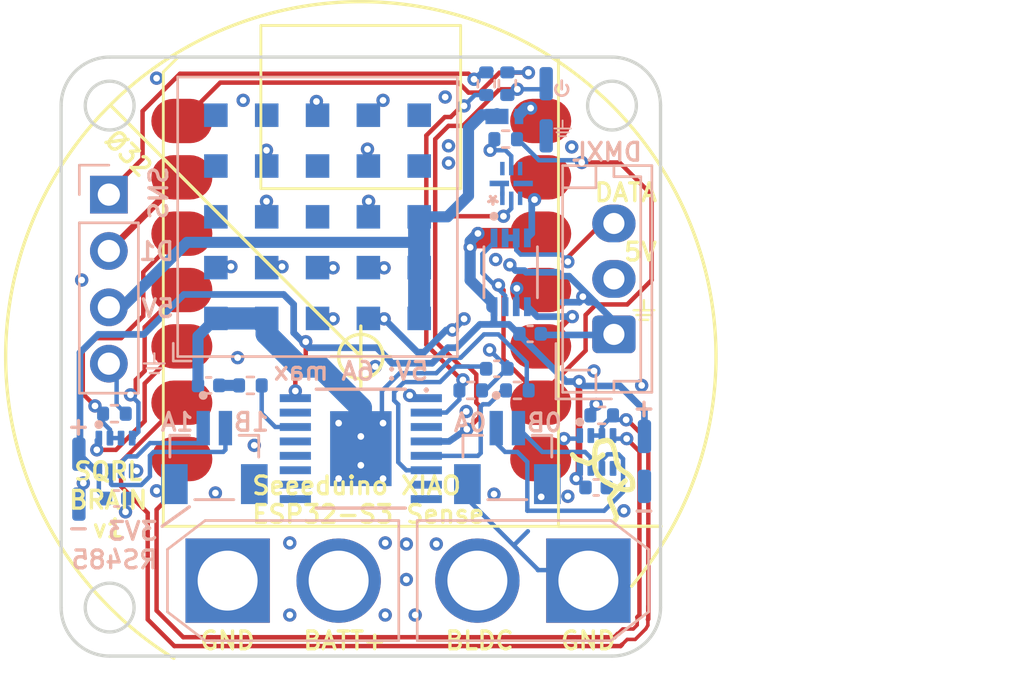
<source format=kicad_pcb>
(kicad_pcb (version 20221018) (generator pcbnew)
  (title_block (title "Squirrel Brain") (date "2024-01-02") (rev "1") (company "Christopher Xu"))
  (layers (0 "F.Cu" signal) (31 "B.Cu" signal) (34 "B.Paste" user) (35 "F.Paste" user) (36 "B.SilkS" user "B.Silkscreen") (37 "F.SilkS" user "F.Silkscreen") (38 "B.Mask" user) (39 "F.Mask" user) (44 "Edge.Cuts" user))
  (net 0 "")
  (net 1 "/UART1_DE")
  (net 2 "/UART1_TX")
  (net 3 "/UART1_RX")
  (net 4 "/UART0_DE")
  (net 5 "/UART0_TX")
  (net 6 "/UART0_RX")
  (net 7 "/UART2_DE")
  (net 8 "+3V3")
  (net 9 "GND")
  (net 10 "+5V")
  (net 11 "Net-(U2-SEL1)")
  (net 12 "Net-(U2-ILIM)")
  (net 14 "+BATT")
  (net 15 "/RS485_0A")
  (net 16 "/RS485_0B")
  (net 17 "/RS485_1A")
  (net 18 "/RS485_1B")
  (net 19 "/5V_ESP")
  (net 21 "/DMXL_DATA")
  (net 22 "/UART2_TX")
  (net 23 "/UART2_RX")
  (net 31 "/SNS")
  (net 32 "/MOTOR_ON")
  (net 33 "+5VP")
  (net 36 "/GPIO1")
  (net 37 "/SNS_IO")
  (net 38 "/MOTOR_ON_IO")
  (net 39 "/BLDC_PWR")
  (footprint "LOGO" (layer "F.Cu") (at 60.9 55.600001)
    (fp_text reference "G***" hide)
    (fp_text value "LOGO" hide)
  )
  (footprint "LOGO" (layer "F.Cu") (at 62.75 47.900001)
    (fp_text reference "G***" hide)
    (fp_text value "LOGO" hide)
  )
  (footprint "squirrelbrain:XIAO-ESP32S3-2.54-21X17.8MM" (layer "F.Cu") (at 50 36.5)
    (fp_text reference "U4" hide)
    (fp_text value "SEEEDUINO-XIAO-ESP32S3" hide)
  )
  (footprint "Resistor_SMD:R_0402_1005Metric" (layer "B.Cu") (at 55.65 37.700001 90)
    (fp_text reference "R8" hide)
    (fp_text value "10k")
  )
  (footprint "Resistor_SMD:R_0402_1005Metric" (layer "B.Cu") (at 56.6 37.700001 90)
    (fp_text reference "R9" hide)
    (fp_text value "1k")
  )
  (footprint "LOGO" (layer "B.Cu") (at 59.09 39.710001 180)
    (fp_text reference "G***" hide)
    (fp_text value "LOGO" hide)
  )
  (footprint "LOGO" (layer "B.Cu") (at 59.05 37.900001 180)
    (fp_text reference "G***" hide)
    (fp_text value "LOGO" hide)
  )
  (footprint "Capacitor_SMD:C_0402_1005Metric" (layer "B.Cu") (at 39 56.4)
    (fp_text reference "C5" hide)
    (fp_text value "100nF")
  )
  (footprint "Capacitor_SMD:C_0402_1005Metric" (layer "B.Cu") (at 56.125 50.55)
    (fp_text reference "C2" hide)
    (fp_text value "100nF")
  )
  (footprint "Connector_PinSocket_2.54mm:PinSocket_1x04_P2.54mm_Vertical" (layer "B.Cu") (at 38.65 42.7 180)
    (fp_text reference "J6" hide)
    (fp_text value "GPIO1")
  )
  (footprint "Resistor_SMD:R_0402_1005Metric" (layer "B.Cu") (at 60.85 52.650001)
    (fp_text reference "R5" hide)
    (fp_text value "10k")
  )
  (footprint "squirrelbrain:TPS22992S" (layer "B.Cu") (at 56.775001 42.195701)
    (fp_text reference "U3" hide)
    (fp_text value "TPS22992SRXNR")
  )
  (footprint "squirrelbrain:TestPoint_Pad_Rect" (layer "B.Cu") (at 37.3 54.400001 180)
    (fp_text reference "TP4" hide)
    (fp_text value "TestPoint")
  )
  (footprint "squirrelbrain:TestPoint_Pad_Rect" (layer "B.Cu") (at 62.775 55.850001 180)
    (fp_text reference "TP3" hide)
    (fp_text value "TestPoint")
  )
  (footprint "squirrelbrain:SN74LVC2G125DCU" (layer "B.Cu") (at 56.75 46.2 -90)
    (fp_text reference "U6" hide)
    (fp_text value "SN74LVC2G241DCUR")
  )
  (footprint "Resistor_SMD:R_0402_1005Metric" (layer "B.Cu") (at 54.95 51.525 180)
    (fp_text reference "R1" hide)
    (fp_text value "390R")
  )
  (footprint "squirrelbrain:JST_BM02B-SRSS-TB_LF__SN_" (layer "B.Cu") (at 56.6 55.75)
    (fp_text reference "J1" hide)
    (fp_text value "BM02B-SRSS-TB_LF__SN_")
  )
  (footprint "Resistor_SMD:R_0402_1005Metric" (layer "B.Cu") (at 38.9 52.575 180)
    (fp_text reference "R7" hide)
    (fp_text value "10k")
  )
  (footprint "squirrelbrain:AMASS_XT30U-F_1x02_P5.0mm_Vertical" (layer "B.Cu") (at 60.25 60.100001 180)
    (fp_text reference "J5" hide)
    (fp_text value "BLDC_PWR")
  )
  (footprint "squirrelbrain:JST_BM02B-SRSS-TB_LF__SN_" (layer "B.Cu") (at 43.4 55.75)
    (fp_text reference "J3" hide)
    (fp_text value "BM02B-SRSS-TB_LF__SN_")
  )
  (footprint "Resistor_SMD:R_0402_1005Metric" (layer "B.Cu") (at 57.05 51.525)
    (fp_text reference "R3" hide)
    (fp_text value "10k")
  )
  (footprint "squirrelbrain:THVD1420DRLR_SOT-585" (layer "B.Cu") (at 60.610052 54.300001 -90)
    (fp_text reference "U5" hide)
    (fp_text value "THVD1420DRLR")
  )
  (footprint "Capacitor_SMD:C_0402_1005Metric" (layer "B.Cu") (at 57.625 48.975)
    (fp_text reference "C3" hide)
    (fp_text value "100nF")
  )
  (footprint "LOGO" (layer "B.Cu") (at 40.7 50.300001 180)
    (fp_text reference "G***" hide)
    (fp_text value "LOGO" hide)
  )
  (footprint "Capacitor_SMD:C_0402_1005Metric" (layer "B.Cu") (at 43.145 51.3)
    (fp_text reference "C1" hide)
    (fp_text value "100nF")
  )
  (footprint "Capacitor_SMD:C_0402_1005Metric" (layer "B.Cu") (at 60.6 55.900001)
    (fp_text reference "C4" hide)
    (fp_text value "100nF")
  )
  (footprint "squirrelbrain:SDM2U30CSP-7" (layer "B.Cu") (at 56.45 39.175001 180)
    (fp_text reference "D1" hide)
    (fp_text value "SDM2U30CSP" hide)
  )
  (footprint "squirrelbrain:TestPoint_Pad_Rect" (layer "B.Cu") (at 37.3 56.650001 180)
    (fp_text reference "TP5" hide)
    (fp_text value "TestPoint")
  )
  (footprint "Resistor_SMD:R_0402_1005Metric" (layer "B.Cu") (at 56.525 40.200001)
    (fp_text reference "R6" hide)
    (fp_text value "10k")
  )
  (footprint "squirrelbrain:TPS1HB08" (layer "B.Cu") (at 50 54.15 180)
    (fp_text reference "U2" hide)
    (fp_text value "TPS1HB08BQPWPRQ1")
  )
  (footprint "squirrelbrain:THVD1420DRLR_SOT-585" (layer "B.Cu") (at 38.95 54.414999 -90)
    (fp_text reference "U7" hide)
    (fp_text value "THVD1420DRLR")
  )
  (footprint "Converter_DCDC:Converter_DCDC_RECOM_RPMx.x-x.0" (layer "B.Cu") (at 48.05 43.7)
    (fp_text reference "U1" hide)
    (fp_text value "RPM5.0-6.0")
  )
  (footprint "Connector_JST:JST_EH_B3B-EH-A_1x03_P2.50mm_Vertical" (layer "B.Cu") (at 61.4 49 90)
    (fp_text reference "J2" hide)
    (fp_text value "Conn_01x03")
  )
  (footprint "squirrelbrain:TestPoint_Pad_Rect" (layer "B.Cu") (at 58.35 37.700001 180)
    (fp_text reference "TP1" hide)
    (fp_text value "TestPoint")
  )
  (footprint "squirrelbrain:TestPoint_Pad_Rect" (layer "B.Cu") (at 58.35 40.050001 180)
    (fp_text reference "TP6" hide)
    (fp_text value "TestPoint")
  )
  (footprint "squirrelbrain:AMASS_XT30U-M_1x02_P5.0mm_Vertical" (layer "B.Cu") (at 44 60.100001)
    (fp_text reference "J4" hide)
    (fp_text value "BATT")
  )
  (footprint "squirrelbrain:TestPoint_Pad_Rect" (layer "B.Cu") (at 62.775 53.600001 180)
    (fp_text reference "TP2" hide)
    (fp_text value "TestPoint")
  )
  (footprint "Resistor_SMD:R_0402_1005Metric" (layer "B.Cu") (at 45.025 51.3)
    (fp_text reference "R2" hide)
    (fp_text value "10k")
  )
  (gr_line (start 41.05 57.650001) (end 42.275 56.775001) (stroke (width 0.15)) (layer "B.SilkS"))
  (gr_circle (center 50 50.000001) (end 51 50.000001) (stroke (width 0.15)) (fill none) (layer "F.SilkS"))
  (gr_line (start 38.725 38.675) (end 50 50.000001) (stroke (width 0.15)) (layer "F.SilkS"))
  (gr_arc (start 41.57464 63.600581) (mid 47.509308 34.196238) (end 62.2 60.35) (stroke (width 0.15)) (layer "F.SilkS"))
  (gr_line (start 48.6375 50.000001) (end 51.3625 50.000001) (stroke (width 0.15)) (layer "F.SilkS"))
  (gr_line (start 50 48.625) (end 50 51.35) (stroke (width 0.15)) (layer "F.SilkS"))
  (gr_line (start 58.9025 57.65) (end 63.525 57.65) (stroke (width 0.15)) (layer "F.SilkS"))
  (gr_line locked (start 63.5 61.313708) (end 63.5 38.686292) (stroke (width 0.15)) (layer "Edge.Cuts"))
  (gr_circle locked (center 61.313708 38.686292) (end 62.413708 38.686292) (stroke (width 0.15)) (fill none) (layer "Edge.Cuts"))
  (gr_arc locked (start 38.686292 63.5) (mid 37.140352 62.859648) (end 36.5 61.313708) (stroke (width 0.15)) (layer "Edge.Cuts"))
  (gr_arc locked (start 36.5 38.686292) (mid 37.140352 37.140352) (end 38.686292 36.5) (stroke (width 0.15)) (layer "Edge.Cuts"))
  (gr_line locked (start 61.313708 36.5) (end 38.686292 36.5) (stroke (width 0.15)) (layer "Edge.Cuts"))
  (gr_arc locked (start 63.5 61.313708) (mid 62.859648 62.859648) (end 61.313708 63.5) (stroke (width 0.15)) (layer "Edge.Cuts"))
  (gr_circle locked (center 38.686292 38.686292) (end 39.786292 38.686292) (stroke (width 0.15)) (fill none) (layer "Edge.Cuts"))
  (gr_line locked (start 38.686292 63.5) (end 61.313708 63.5) (stroke (width 0.15)) (layer "Edge.Cuts"))
  (gr_line locked (start 36.5 38.686292) (end 36.5 61.313708) (stroke (width 0.15)) (layer "Edge.Cuts"))
  (gr_arc locked (start 61.313708 36.5) (mid 62.859648 37.140352) (end 63.5 38.686292) (stroke (width 0.15)) (layer "Edge.Cuts"))
  (gr_circle locked (center 38.686292 61.313708) (end 39.786292 61.313708) (stroke (width 0.15)) (fill none) (layer "Edge.Cuts"))
  (gr_text "5V: 6A max" (at 53.125 51.125) (layer "B.SilkS") (effects (font (size 0.8 0.8)) (justify left bottom mirror)))
  (gr_text "DMXL" (at 62.75 41.250001) (layer "B.SilkS") (effects (font (size 0.8 0.8)) (justify left bottom mirror)))
  (gr_text "+" (at 37.875 53.600001) (layer "B.SilkS") (effects (font (size 0.8 0.8)) (justify left bottom mirror)))
  (gr_text "1B" (at 45.95 53.425) (layer "B.SilkS") (effects (font (size 0.8 0.8)) (justify left bottom mirror)))
  (gr_text "5V" (at 41.675 48.3) (layer "B.SilkS") (effects (font (size 0.8 0.8)) (justify left bottom mirror)))
  (gr_text "3V3\nRS485" (at 40.925 59.625001) (layer "B.SilkS") (effects (font (size 0.8 0.8)) (justify left bottom mirror)))
  (gr_text "-" (at 37.875 58.175001) (layer "B.SilkS") (effects (font (size 0.8 0.8)) (justify left bottom mirror)))
  (gr_text "-" (at 63.35 57.375001) (layer "B.SilkS") (effects (font (size 0.8 0.8)) (justify left bottom mirror)))
  (gr_text "+" (at 63.35 52.775001) (layer "B.SilkS") (effects (font (size 0.8 0.8)) (justify left bottom mirror)))
  (gr_text "SNS" (at 40.35 43.9 -90) (layer "B.SilkS") (effects (font (size 0.8 0.8)) (justify left bottom mirror)))
  (gr_text "D1" (at 41.675 45.725) (layer "B.SilkS") (effects (font (size 0.8 0.8)) (justify left bottom mirror)))
  (gr_text "0B" (at 59.15 53.45) (layer "B.SilkS") (effects (font (size 0.8 0.8)) (justify left bottom mirror)))
  (gr_text "0A" (at 55.75 53.45) (layer "B.SilkS") (effects (font (size 0.8 0.8)) (justify left bottom mirror)))
  (gr_text "1A" (at 42.55 53.425) (layer "B.SilkS") (effects (font (size 0.8 0.8)) (justify left bottom mirror)))
  (gr_text "GND" (at 42.675 63.275) (layer "F.SilkS") (effects (font (size 0.8 0.8)) (justify left bottom)))
  (gr_text "GND" (at 58.925 63.275) (layer "F.SilkS") (effects (font (size 0.8 0.8)) (justify left bottom)))
  (gr_text "5V" (at 61.775 45.75) (layer "F.SilkS") (effects (font (size 0.8 0.8)) (justify left bottom)))
  (gr_text "Ø32" (at 39.2 41.175001 315) (layer "F.SilkS") (effects (font (size 0.8 0.8)) (justify bottom)))
  (gr_text "DATA" (at 60.45 43.075) (layer "F.SilkS") (effects (font (size 0.8 0.8)) (justify left bottom)))
  (gr_text "BATT+" (at 47.325 63.275) (layer "F.SilkS") (effects (font (size 0.8 0.8)) (justify left bottom)))
  (gr_text "SQRL\nBRAIN\nv1" (at 38.625 58.225) (layer "F.SilkS") (effects (font (size 0.8 0.8)) (justify bottom)))
  (gr_text "Seeeduino XIAO\nESP32-S3 Sense" (at 45.025 57.575) (layer "F.SilkS") (effects (font (size 0.8 0.8)) (justify left bottom)))
  (gr_text "BLDC" (at 53.725 63.275) (layer "F.SilkS") (effects (font (size 0.8 0.8)) (justify left bottom)))
  (segment (start 37.475 51.675) (end 37.475 49.768654) (width 0.2) (layer "F.Cu") (net 1))
  (segment (start 39.201814 49.17) (end 40.2 48.171814) (width 0.2) (layer "F.Cu") (net 1))
  (segment (start 40.2 46.1975) (end 41.9375 44.46) (width 0.2) (layer "F.Cu") (net 1))
  (segment (start 38.073654 49.17) (end 39.201814 49.17) (width 0.2) (layer "F.Cu") (net 1))
  (segment (start 40.2 48.171814) (end 40.2 46.1975) (width 0.2) (layer "F.Cu") (net 1))
  (segment (start 37.475 49.768654) (end 38.073654 49.17) (width 0.2) (layer "F.Cu") (net 1))
  (segment (start 38.025 52.225) (end 37.475 51.675) (width 0.2) (layer "F.Cu") (net 1))
  (via (at 38.025 52.225) (size 0.6) (drill 0.3) (layers "F.Cu" "B.Cu") (net 1))
  (segment (start 38.7 53.295024) (end 38.7 53.674999) (width 0.2) (layer "B.Cu") (net 1))
  (segment (start 39.2 53.674999) (end 38.7 53.674999) (width 0.2) (layer "B.Cu") (net 1))
  (segment (start 38.39 52.985024) (end 38.7 53.295024) (width 0.2) (layer "B.Cu") (net 1))
  (segment (start 38.39 52.575) (end 38.39 52.985024) (width 0.2) (layer "B.Cu") (net 1))
  (segment (start 39.8625 51.4875) (end 39.8625 51.049314) (width 0.2) (layer "F.Cu") (net 2))
  (segment (start 39.625 51.725) (end 39.8625 51.4875) (width 0.2) (layer "F.Cu") (net 2))
  (segment (start 40.2625 48.675) (end 41.9375 47) (width 0.2) (layer "F.Cu") (net 2))
  (segment (start 39.8625 51.049314) (end 40.2625 50.649314) (width 0.2) (layer "F.Cu") (net 2))
  (segment (start 40.2625 50.649314) (end 40.2625 48.675) (width 0.2) (layer "F.Cu") (net 2))
  (via (at 39.625 51.725) (size 0.6) (drill 0.3) (layers "F.Cu" "B.Cu") (net 2))
  (segment (start 39.98 53.394999) (end 39.7 53.674999) (width 0.2) (layer "B.Cu") (net 2))
  (segment (start 39.625 51.725) (end 39.98 52.08) (width 0.2) (layer "B.Cu") (net 2))
  (segment (start 39.7 53.674999) (end 39.775001 53.674999) (width 0.2) (layer "B.Cu") (net 2))
  (segment (start 39.98 52.08) (end 39.98 53.394999) (width 0.2) (layer "B.Cu") (net 2))
  (segment (start 38.970859 54.204141) (end 40.2625 52.9125) (width 0.2) (layer "F.Cu") (net 3))
  (segment (start 40.2625 51.215) (end 41.9375 49.54) (width 0.2) (layer "F.Cu") (net 3))
  (segment (start 38.107714 54.204141) (end 38.970859 54.204141) (width 0.2) (layer "F.Cu") (net 3))
  (segment (start 40.2625 52.9125) (end 40.2625 51.215) (width 0.2) (layer "F.Cu") (net 3))
  (via (at 38.107714 54.204141) (size 0.6) (drill 0.3) (layers "F.Cu" "B.Cu") (net 3))
  (segment (start 38.107714 54.204141) (end 38.107714 53.767285) (width 0.2) (layer "B.Cu") (net 3))
  (segment (start 38.107714 53.767285) (end 38.2 53.674999) (width 0.2) (layer "B.Cu") (net 3))
  (segment (start 61.7 63.050001) (end 41.6 63.050001) (width 0.2) (layer "F.Cu") (net 4))
  (segment (start 61.77 62.980001) (end 61.7 63.050001) (width 0.2) (layer "F.Cu") (net 4))
  (segment (start 62.835338 62.276064) (end 62.930005 62.112097) (width 0.16) (layer "F.Cu") (net 4))
  (segment (start 40.4 57.050001) (end 39.2 55.850001) (width 0.2) (layer "F.Cu") (net 4))
  (segment (start 61.77 62.980001) (end 62 62.750001) (width 0.16) (layer "F.Cu") (net 4))
  (segment (start 61.95 52.850001) (end 62 52.850001) (width 0.2) (layer "F.Cu") (net 4))
  (segment (start 62 62.750001) (end 62.361401 62.750001) (width 0.16) (layer "F.Cu") (net 4))
  (segment (start 41.6 63.050001) (end 40.4 61.850001) (width 0.2) (layer "F.Cu") (net 4))
  (segment (start 40.4 61.850001) (end 40.4 57.050001) (width 0.2) (layer "F.Cu") (net 4))
  (segment (start 62.95 61.830006) (end 62.930005 61.850001) (width 0.2) (layer "F.Cu") (net 4))
  (segment (start 62.95 53.800001) (end 62.95 61.830006) (width 0.2) (layer "F.Cu") (net 4))
  (segment (start 62.930005 62.112097) (end 62.930005 61.249996) (width 0.16) (layer "F.Cu") (net 4))
  (segment (start 41.870001 52.08) (end 41.9375 52.08) (width 0.2) (layer "F.Cu") (net 4))
  (segment (start 62 52.850001) (end 62.95 53.800001) (width 0.2) (layer "F.Cu") (net 4))
  (segment (start 39.2 55.850001) (end 39.2 54.750001) (width 0.2) (layer "F.Cu") (net 4))
  (segment (start 39.2 54.750001) (end 41.870001 52.08) (width 0.2) (layer "F.Cu") (net 4))
  (segment (start 62.361401 62.750001) (end 62.835338 62.276064) (width 0.16) (layer "F.Cu") (net 4))
  (via (at 61.95 52.850001) (size 0.6) (drill 0.3) (layers "F.Cu" "B.Cu") (net 4))
  (segment (start 60.360052 53.560001) (end 60.860052 53.560001) (width 0.2) (layer "B.Cu") (net 4))
  (segment (start 61.95 52.850001) (end 61.56 52.850001) (width 0.2) (layer "B.Cu") (net 4))
  (segment (start 60.860052 53.149949) (end 61.36 52.650001) (width 0.2) (layer "B.Cu") (net 4))
  (segment (start 61.56 52.850001) (end 61.36 52.650001) (width 0.2) (layer "B.Cu") (net 4))
  (segment (start 60.860052 53.560001) (end 60.860052 53.149949) (width 0.2) (layer "B.Cu") (net 4))
  (segment (start 62.27 62.280001) (end 62.45 62.100001) (width 0.16) (layer "F.Cu") (net 5))
  (segment (start 40.8 61.45) (end 42.000001 62.650001) (width 0.2) (layer "F.Cu") (net 5))
  (segment (start 61.8 62.280001) (end 62.27 62.280001) (width 0.16) (layer "F.Cu") (net 5))
  (segment (start 62.45 61.750001) (end 62.55 61.650001) (width 0.2) (layer "F.Cu") (net 5))
  (segment (start 62.55 61.650001) (end 62.55 54.275001) (width 0.2) (layer "F.Cu") (net 5))
  (segment (start 62.55 54.275001) (end 61.975 53.700001) (width 0.2) (layer "F.Cu") (net 5))
  (segment (start 61.571175 62.499996) (end 61.600005 62.499996) (width 0.2) (layer "F.Cu") (net 5))
  (segment (start 40.8 56.89853) (end 40.8 61.45) (width 0.2) (layer "F.Cu") (net 5))
  (segment (start 61.600005 62.499996) (end 61.8 62.300001) (width 0.2) (layer "F.Cu") (net 5))
  (segment (start 62.45 62.100001) (end 62.45 61.750001) (width 0.16) (layer "F.Cu") (net 5))
  (segment (start 42.000001 62.650001) (end 61.42117 62.650001) (width 0.2) (layer "F.Cu") (net 5))
  (segment (start 41.9375 55.76103) (end 40.8 56.89853) (width 0.2) (layer "F.Cu") (net 5))
  (segment (start 41.9375 54.62) (end 41.9375 55.76103) (width 0.2) (layer "F.Cu") (net 5))
  (segment (start 61.42117 62.650001) (end 61.571175 62.499996) (width 0.2) (layer "F.Cu") (net 5))
  (via (at 61.975 53.700001) (size 0.6) (drill 0.3) (layers "F.Cu" "B.Cu") (net 5))
  (segment (start 61.420051 53.700001) (end 61.360052 53.76) (width 0.2) (layer "B.Cu") (net 5))
  (segment (start 61.975 53.700001) (end 61.420051 53.700001) (width 0.2) (layer "B.Cu") (net 5))
  (segment (start 58.1025 54.62) (end 58.868714 54.62) (width 0.2) (layer "F.Cu") (net 6))
  (segment (start 59.15 53.800001) (end 58.922499 53.800001) (width 0.2) (layer "F.Cu") (net 6))
  (segment (start 58.922499 53.800001) (end 58.1025 54.62) (width 0.2) (layer "F.Cu") (net 6))
  (via (at 59.15 53.700001) (size 0.6) (drill 0.3) (layers "F.Cu" "B.Cu") (net 6))
  (segment (start 59.820051 53.800001) (end 59.860052 53.76) (width 0.2) (layer "B.Cu") (net 6))
  (segment (start 59.15 53.700001) (end 59.820051 53.700001) (width 0.2) (layer "B.Cu") (net 6))
  (segment (start 60.600001 47.65) (end 60.125 48.125001) (width 0.2) (layer "F.Cu") (net 7))
  (segment (start 59.95 41.250001) (end 61.65 41.250001) (width 0.2) (layer "F.Cu") (net 7))
  (segment (start 60.125 49.730978) (end 58.1025 51.753478) (width 0.2) (layer "F.Cu") (net 7))
  (segment (start 61.65 41.250001) (end 63.1 42.700001) (width 0.2) (layer "F.Cu") (net 7))
  (segment (start 58.1025 51.753478) (end 58.1025 52.08) (width 0.2) (layer "F.Cu") (net 7))
  (segment (start 58.1025 52.08) (end 58.1025 51.802501) (width 0.2) (layer "F.Cu") (net 7))
  (segment (start 62.001346 47.65) (end 60.600001 47.65) (width 0.2) (layer "F.Cu") (net 7))
  (segment (start 60.125 48.125001) (end 60.125 49.730978) (width 0.2) (layer "F.Cu") (net 7))
  (segment (start 56.4275 50.127501) (end 56.4275 47.0025) (width 0.2) (layer "F.Cu") (net 7))
  (segment (start 56.4275 47.0025) (end 56.2 46.775) (width 0.2) (layer "F.Cu") (net 7))
  (segment (start 63.1 42.700001) (end 63.1 46.551346) (width 0.2) (layer "F.Cu") (net 7))
  (segment (start 63.1 46.551346) (end 62.001346 47.65) (width 0.2) (layer "F.Cu") (net 7))
  (segment (start 58.1025 51.802501) (end 56.4275 50.127501) (width 0.2) (layer "F.Cu") (net 7))
  (via (at 59.95 41.250001) (size 0.6) (drill 0.3) (layers "F.Cu" "B.Cu") (net 7))
  (via (at 56.2 46.775) (size 0.6) (drill 0.3) (layers "F.Cu" "B.Cu") (net 7))
  (segment (start 56 44.851472) (end 56 44.375) (width 0.2) (layer "B.Cu") (net 7))
  (segment (start 56.5 47.475) (end 56.5 47.256008) (width 0.2) (layer "B.Cu") (net 7))
  (segment (start 56.5 47.256008) (end 55.475 46.231008) (width 0.2) (layer "B.Cu") (net 7))
  (segment (start 59.85 41.150001) (end 58.025 41.150001) (width 0.2) (layer "B.Cu") (net 7))
  (segment (start 55.475 45.376472) (end 56 44.851472) (width 0.2) (layer "B.Cu") (net 7))
  (segment (start 59.95 41.250001) (end 59.85 41.150001) (width 0.2) (layer "B.Cu") (net 7))
  (segment (start 55.475 46.231008) (end 55.475 45.376472) (width 0.2) (layer "B.Cu") (net 7))
  (segment (start 57.075 40.200001) (end 57.035 40.200001) (width 0.2) (layer "B.Cu") (net 7))
  (segment (start 58.025 41.150001) (end 57.075 40.200001) (width 0.2) (layer "B.Cu") (net 7))
  (segment (start 55.125001 44.875) (end 57.6875 44.875) (width 0.5) (layer "F.Cu") (net 8))
  (segment (start 59.8275 55.372501) (end 59.8275 51.127501) (width 0.3) (layer "F.Cu") (net 8))
  (segment (start 47.05 50.65) (end 47.519254 50.180746) (width 0.2) (layer "F.Cu") (net 8))
  (segment (start 59.7 55.500001) (end 59.8275 55.372501) (width 0.3) (layer "F.Cu") (net 8))
  (segment (start 57.6875 44.875) (end 58.1025 44.46) (width 0.5) (layer "F.Cu") (net 8))
  (segment (start 58.092501 44.450001) (end 58.1025 44.46) (width 0.5) (layer "F.Cu") (net 8))
  (segment (start 55.274999 44.450001) (end 58.092501 44.450001) (width 0.5) (layer "F.Cu") (net 8))
  (segment (start 55 44.725) (end 55.274999 44.450001) (width 0.5) (layer "F.Cu") (net 8))
  (segment (start 47.519254 50.180746) (end 47.519254 49.330746) (width 0.2) (layer "F.Cu") (net 8))
  (segment (start 47.05 51.55) (end 47.05 50.65) (width 0.2) (layer "F.Cu") (net 8))
  (segment (start 54.925 45.075001) (end 55.125001 44.875) (width 0.5) (layer "F.Cu") (net 8))
  (via (at 59.8275 51.127501) (size 0.6) (drill 0.3) (layers "F.Cu" "B.Cu") (net 8))
  (via (at 47.519254 49.330746) (size 0.6) (drill 0.3) (layers "F.Cu" "B.Cu") (net 8))
  (via (at 59.7 55.500001) (size 0.6) (drill 0.3) (layers "F.Cu" "B.Cu") (net 8))
  (via (at 55.274999 44.450001) (size 0.6) (drill 0.3) (layers "F.Cu" "B.Cu") (net 8))
  (via (at 54.925 45.075001) (size 0.6) (drill 0.3) (layers "F.Cu" "B.Cu") (net 8))
  (via (at 47.05 51.55) (size 0.6) (drill 0.3) (layers "F.Cu" "B.Cu") (net 8))
  (segment (start 46.525 47.2) (end 42.025 47.2) (width 0.3) (layer "B.Cu") (net 8))
  (segment (start 50.719239 49.6) (end 47.65 49.6) (width 0.3) (layer "B.Cu") (net 8))
  (segment (start 54.925 46.560661) (end 54.925 44.8) (width 0.5) (layer "B.Cu") (net 8))
  (segment (start 53.213602 50.300001) (end 51.4 50.300001) (width 0.3) (layer "B.Cu") (net 8))
  (segment (start 56.677035 48.55) (end 55.875 48.55) (width 0.3) (layer "B.Cu") (net 8))
  (segment (start 60.12 55.900001) (end 60.1 55.900001) (width 0.2) (layer "B.Cu") (net 8))
  (segment (start 62.775 52.425001) (end 62.775 53.700001) (width 0.3) (layer "B.Cu") (net 8))
  (segment (start 38.2 56.08) (end 38.2 55.154999) (width 0.2) (layer "B.Cu") (net 8))
  (segment (start 53.913603 49.6) (end 53.213602 50.300001) (width 0.3) (layer "B.Cu") (net 8))
  (segment (start 46.975 47.65) (end 46.525 47.2) (width 0.3) (layer "B.Cu") (net 8))
  (segment (start 47.65 49.6) (end 46.975 48.925) (width 0.3) (layer "B.Cu") (net 8))
  (segment (start 56 48.425) (end 55.875 48.55) (width 0.3) (layer "B.Cu") (net 8))
  (segment (start 51.4 50.300001) (end 51.3 50.200001) (width 0.3) (layer "B.Cu") (net 8))
  (segment (start 42.025 47.2) (end 40.225 49) (width 0.3) (layer "B.Cu") (net 8))
  (segment (start 51.3 50.200001) (end 51.3 50.180761) (width 0.3) (layer "B.Cu") (net 8))
  (segment (start 46.975 48.925) (end 46.975 47.65) (width 0.3) (layer "B.Cu") (net 8))
  (segment (start 40.225 49) (end 38.172943 49) (width 0.3) (layer "B.Cu") (net 8))
  (segment (start 37.35 49.822943) (end 37.35 54.45) (width 0.3) (layer "B.Cu") (net 8))
  (segment (start 38.172943 49) (end 37.35 49.822943) (width 0.3) (layer "B.Cu") (net 8))
  (segment (start 56 47.475) (end 56 48.425) (width 0.3) (layer "B.Cu") (net 8))
  (segment (start 59.860052 55.040001) (end 59.860052 55.339949) (width 0.2) (layer "B.Cu") (net 8))
  (segment (start 54.313604 49.6) (end 53.913603 49.6) (width 0.3) (layer "B.Cu") (net 8))
  (segment (start 61.675 51.325001) (end 62.775 52.425001) (width 0.3) (layer "B.Cu") (net 8))
  (segment (start 54.925 44.8) (end 55.274999 44.450001) (width 0.5) (layer "B.Cu") (net 8))
  (segment (start 38.52 56.4) (end 38.2 56.08) (width 0.2) (layer "B.Cu") (net 8))
  (segment (start 55.363604 48.55) (end 54.313604 49.6) (width 0.3) (layer "B.Cu") (net 8))
  (segment (start 59.8275 51.127501) (end 59.254536 51.127501) (width 0.3) (layer "B.Cu") (net 8))
  (segment (start 47.050052 51.550052) (end 47.05 51.55) (width 0.2) (layer "B.Cu") (net 8))
  (segment (start 59.860052 55.339949) (end 59.7 55.500001) (width 0.2) (layer "B.Cu") (net 8))
  (segment (start 60.025 51.325001) (end 61.675 51.325001) (width 0.3) (layer "B.Cu") (net 8))
  (segment (start 55.9 47.535661) (end 54.925 46.560661) (width 0.5) (layer "B.Cu") (net 8))
  (segment (start 59.8275 51.127501) (end 60.025 51.325001) (width 0.3) (layer "B.Cu") (net 8))
  (segment (start 51.3 50.180761) (end 50.719239 49.6) (width 0.3) (layer "B.Cu") (net 8))
  (segment (start 38.054999 55.154999) (end 38.2 55.154999) (width 0.3) (layer "B.Cu") (net 8))
  (segment (start 47.050052 51.875001) (end 47.050052 51.550052) (width 0.2) (layer "B.Cu") (net 8))
  (segment (start 37.35 54.45) (end 38.054999 55.154999) (width 0.3) (layer "B.Cu") (net 8))
  (segment (start 55.875 48.55) (end 55.363604 48.55) (width 0.3) (layer "B.Cu") (net 8))
  (segment (start 55.9 47.775001) (end 55.9 47.535661) (width 0.5) (layer "B.Cu") (net 8))
  (segment (start 60.1 55.900001) (end 59.7 55.500001) (width 0.2) (layer "B.Cu") (net 8))
  (segment (start 59.254536 51.127501) (end 56.677035 48.55) (width 0.3) (layer "B.Cu") (net 8))
  (segment (start 58.1025 42.009962) (end 58.1025 41.92) (width 0.3) (layer "F.Cu") (net 9))
  (segment (start 57.825 42.925) (end 58.1025 42.009962) (width 0.3) (layer "F.Cu") (net 9))
  (via (at 61.85 56.950001) (size 0.6) (drill 0.3) (layers "F.Cu" "B.Cu") (net 9))
  (via (at 37.425 46.55) (size 0.6) (drill 0.3) (layers "F.Cu" "B.Cu") (net 9))
  (via (at 39.4 57.000001) (size 0.6) (drill 0.3) (layers "F.Cu" "B.Cu") (net 9))
  (via (at 46.45 45.95) (size 0.6) (drill 0.3) (layers "F.Cu" "B.Cu") (net 9))
  (via (at 40.8 56.050001) (size 0.6) (drill 0.3) (layers "F.Cu" "B.Cu") (net 9))
  (via (at 60 47.300001) (size 0.6) (drill 0.3) (layers "F.Cu" "B.Cu") (net 9))
  (via (at 52.2 51.750001) (size 0.6) (drill 0.3) (layers "F.Cu" "B.Cu") (net 9))
  (via (at 59.5 40.550001) (size 0.6) (drill 0.3) (layers "F.Cu" "B.Cu") (net 9))
  (via (at 55.825 40.700001) (size 0.6) (drill 0.3) (layers "F.Cu" "B.Cu") (net 9))
  (via (at 53.95 40.500001) (size 0.6) (drill 0.3) (layers "F.Cu" "B.Cu") (net 9))
  (via (at 54.65 48.300001) (size 0.6) (drill 0.3) (layers "F.Cu" "B.Cu") (net 9))
  (via (at 54.75 52.475001) (size 0.6) (drill 0.3) (layers "F.Cu" "B.Cu") (net 9))
  (via (at 50.65 50.45) (size 0.6) (drill 0.3) (layers "F.Cu" "B.Cu") (net 9))
  (via (at 53.95 41.275) (size 0.6) (drill 0.3) (layers "F.Cu" "B.Cu") (net 9))
  (via (at 39.9 55.15) (size 0.6) (drill 0.3) (layers "F.Cu" "B.Cu") (net 9))
  (via (at 57.825 42.925) (size 0.6) (drill 0.3) (layers "F.Cu" "B.Cu") (net 9))
  (via (at 44.7 38.450001) (size 0.6) (drill 0.3) (layers "F.Cu" "B.Cu") (net 9))
  (via (at 37.5 55.700001) (size 0.6) (drill 0.3) (layers "F.Cu" "B.Cu") (net 9))
  (via (at 45.75 43) (size 0.6) (drill 0.3) (layers "F.Cu" "B.Cu") (net 9))
  (via (at 56 56.2) (size 0.6) (drill 0.3) (layers "F.Cu" "B.Cu") (net 9))
  (via (at 51.05 48.3) (size 0.6) (drill 0.3) (layers "F.Cu" "B.Cu") (net 9))
  (via (at 58.125 56.325001) (size 0.6) (drill 0.3) (layers "F.Cu" "B.Cu") (net 9))
  (via (at 53.8 38.300001) (size 0.6) (drill 0.3) (layers "F.Cu" "B.Cu") (net 9))
  (via (at 59.325 56.300001) (size 0.6) (drill 0.3) (layers "F.Cu" "B.Cu") (net 9))
  (via (at 60.6 52.150001) (size 0.6) (drill 0.3) (layers "F.Cu" "B.Cu") (net 9))
  (via (at 48.75 46) (size 0.6) (drill 0.3) (layers "F.Cu" "B.Cu") (net 9))
  (via (at 60.5 50.650001) (size 0.6) (drill 0.3) (layers "F.Cu" "B.Cu") (net 9))
  (via (at 43.45 56.150001) (size 0.6) (drill 0.3) (layers "F.Cu" "B.Cu") (net 9))
  (via (at 50.3 40.650001) (size 0.6) (drill 0.3) (layers "F.Cu" "B.Cu") (net 9))
  (via (at 56.7125 45.862501) (size 0.6) (drill 0.3) (layers "F.Cu" "B.Cu") (net 9))
  (via (at 51.05 46) (size 0.6) (drill 0.3) (layers "F.Cu" "B.Cu") (net 9))
  (via (at 54.125 48.800001) (size 0.6) (drill 0.3) (layers "F.Cu" "B.Cu") (net 9))
  (via (at 51 38.450001) (size 0.6) (drill 0.3) (layers "F.Cu" "B.Cu") (net 9))
  (via (at 50.35 43) (size 0.6) (drill 0.3) (layers "F.Cu" "B.Cu") (net 9))
  (via (at 44.45 50.05) (size 0.6) (drill 0.3) (layers "F.Cu" "B.Cu") (net 9))
  (via (at 62.65 51.300001) (size 0.6) (drill 0.3) (layers "F.Cu" "B.Cu") (net 9))
  (via (at 45.2 54) (size 0.6) (drill 0.3) (layers "F.Cu" "B.Cu") (net 9))
  (via (at 45.75 40.7) (size 0.6) (drill 0.3) (layers "F.Cu" "B.Cu") (net 9))
  (via (at 55.8 49.7) (size 0.6) (drill 0.3) (layers "F.Cu" "B.Cu") (net 9))
  (via (at 56.075 45.625001) (size 0.6) (drill 0.3) (layers "F.Cu" "B.Cu") (net 9))
  (via (at 48.75 48.3) (size 0.6) (drill 0.3) (layers "F.Cu" "B.Cu") (net 9))
  (via (at 44.15 45.95) (size 0.6) (drill 0.3) (layers "F.Cu" "B.Cu") (net 9))
  (via (at 40.8 37.450001) (size 0.6) (drill 0.3) (layers "F.Cu" "B.Cu") (net 9))
  (via (at 48 38.5) (size 0.6) (drill 0.3) (layers "F.Cu" "B.Cu") (net 9))
  (segment (start 58.155 49.025) (end 61.375 49.025) (width 0.3) (layer "B.Cu") (net 9))
  (segment (start 56.775001 41.525001) (end 56.775001 40.960002) (width 0.2) (layer "B.Cu") (net 9))
  (segment (start 56.974999 46.125) (end 57.369239 46.125) (width 0.3) (layer "B.Cu") (net 9))
  (segment (start 56.015 40.200001) (end 56.015 40.510001) (width 0.2) (layer "B.Cu") (net 9))
  (segment (start 53.85 48.800001) (end 54.125 48.800001) (width 0.3) (layer "B.Cu") (net 9))
  (segment (start 55.825 40.700001) (end 56.515 40.700001) (width 0.2) (layer "B.Cu") (net 9))
  (segment (start 54.125 48.800001) (end 54.15 48.800001) (width 0.3) (layer "B.Cu") (net 9))
  (segment (start 52.550001 49.800001) (end 52.85 49.800001) (width 0.3) (layer "B.Cu") (net 9))
  (segment (start 56.9375 58.462501) (end 57.525 57.875001) (width 0.2) (layer "B.Cu") (net 9))
  (segment (start 57.7 44.45) (end 57.7 43.05) (width 0.3) (layer "B.Cu") (net 9))
  (segment (start 54.8 56.425001) (end 54.8 55.75) (width 0.2) (layer "B.Cu") (net 9))
  (segment (start 57.44424 46.200001) (end 58.880762 46.200001) (width 0.3) (layer "B.Cu") (net 9))
  (segment (start 60.25 47.550001) (end 60.55 47.550001) (width 0.3) (layer "B.Cu") (net 9))
  (segment (start 58.880762 46.200001) (end 59.055761 46.375) (width 0.3) (layer "B.Cu") (net 9))
  (segment (start 56.515 40.700001) (end 56.775001 40.960002) (width 0.2) (layer "B.Cu") (net 9))
  (segment (start 56.7125 45.862501) (end 56.974999 46.125) (width 0.3) (layer "B.Cu") (net 9))
  (segment (start 60.34 52.650001) (end 60.34 52.410001) (width 0.2) (layer "B.Cu") (net 9))
  (segment (start 59.85 47.550001) (end 59.05 47.550001) (width 0.3) (layer "B.Cu") (net 9))
  (segment (start 56.015 40.510001) (end 55.825 40.700001) (width 0.2) (layer "B.Cu") (net 9))
  (segment (start 61.375 49.025) (end 61.4 49) (width 0.3) (layer "B.Cu") (net 9))
  (segment (start 52.2 51.750001) (end 52.949948 51.849948) (width 0.2) (layer "B.Cu") (net 9))
  (segment (start 60 47.300001) (end 59.85 47.550001) (width 0.3) (layer "B.Cu") (net 9))
  (segment (start 61.4 49) (end 61.4 48.400001) (width 0.3) (layer "B.Cu") (net 9))
  (segment (start 61.4 48.400001) (end 60.55 47.550001) (width 0.3) (layer "B.Cu") (net 9))
  (segment (start 60.25 60.100001) (end 59.775 59.625001) (width 0.2) (layer "B.Cu") (net 9))
  (segment (start 59.775 59.625001) (end 57.975 59.625001) (width 0.2) (layer "B.Cu") (net 9))
  (segment (start 56.605 50.525) (end 56.605 50.255) (width 0.2) (layer "B.Cu") (net 9))
  (segment (start 39.41 52.575) (end 39 52.165) (width 0.2) (layer "B.Cu") (net 9))
  (segment (start 57.5 44.65) (end 57.7 44.45) (width 0.3) (layer "B.Cu") (net 9))
  (segment (start 57.7 43.05) (end 57.825 42.925) (width 0.3) (layer "B.Cu") (net 9))
  (segment (start 51.05 48.3) (end 52.550001 49.800001) (width 0.3) (layer "B.Cu") (net 9))
  (segment (start 55.46 51.525) (end 55.605 51.525) (width 0.2) (layer "B.Cu") (net 9))
  (segment (start 39 50.77) (end 38.55 50.32) (width 0.2) (layer "B.Cu") (net 9))
  (segment (start 57.369239 46.125) (end 57.44424 46.200001) (width 0.3) (layer "B.Cu") (net 9))
  (segment (start 57.975 59.600001) (end 56.9375 58.562501) (width 0.2) (layer "B.Cu") (net 9))
  (segment (start 56.605 50.505) (end 55.8 49.7) (width 0.2) (layer "B.Cu") (net 9))
  (segment (start 56.9375 58.562501) (end 54.8 56.425001) (width 0.2) (layer "B.Cu") (net 9))
  (segment (start 43.625 51.3) (end 44.515 51.3) (width 0.5) (layer "B.Cu") (net 9))
  (segment (start 58.105 48.975) (end 58.155 49.025) (width 0.3) (layer "B.Cu") (net 9))
  (segment (start 59.374999 46.375) (end 60.55 47.550001) (width 0.3) (layer "B.Cu") (net 9))
  (segment (start 39.9 55.15) (end 39.7 55.15) (width 0.2) (layer "B.Cu") (net 9))
  (segment (start 56.605 50.55) (end 56.605 50.505) (width 0.2) (layer "B.Cu") (net 9))
  (segment (start 56.9375 58.562501) (end 56.9375 58.462501) (width 0.2) (layer "B.Cu") (net 9))
  (segment (start 55.605 51.525) (end 56.605 50.525) (width 0.2) (layer "B.Cu") (net 9))
  (segment (start 52.85 49.800001) (end 53.85 48.800001) (width 0.3) (layer "B.Cu") (net 9))
  (segment (start 52.949948 51.849948) (end 52.949948 51.875001) (width 0.2) (layer "B.Cu") (net 9))
  (segment (start 60 47.300001) (end 60.25 47.550001) (width 0.3) (layer "B.Cu") (net 9))
  (segment (start 57.975 59.625001) (end 57.975 59.600001) (width 0.2) (layer "B.Cu") (net 9))
  (segment (start 59.055761 46.375) (end 59.374999 46.375) (width 0.3) (layer "B.Cu") (net 9))
  (segment (start 39 52.165) (end 39 50.77) (width 0.2) (layer "B.Cu") (net 9))
  (segment (start 39.7 55.15) (end 39.7 55.154999) (width 0.2) (layer "B.Cu") (net 9))
  (segment (start 54.15 48.800001) (end 54.65 48.300001) (width 0.3) (layer "B.Cu") (net 9))
  (segment (start 60.34 52.410001) (end 60.6 52.150001) (width 0.2) (layer "B.Cu") (net 9))
  (segment (start 42.175 44.85) (end 52.579999 44.85) (width 0.5) (layer "B.Cu") (net 10))
  (segment (start 54.85 42.750001) (end 53.900001 43.7) (width 0.5) (layer "B.Cu") (net 10))
  (segment (start 52.579999 44.85) (end 52.63 44.900001) (width 0.5) (layer "B.Cu") (net 10))
  (segment (start 52.63 48.28) (end 52.63 43.7) (width 1) (layer "B.Cu") (net 10))
  (segment (start 54.85 39.702818) (end 54.85 42.750001) (width 0.5) (layer "B.Cu") (net 10))
  (segment (start 56.375002 42.725) (end 56.375002 42.19085) (width 0.2) (layer "B.Cu") (net 10))
  (segment (start 56.1325 39.1) (end 55.452818 39.1) (width 0.5) (layer "B.Cu") (net 10))
  (segment (start 56.1325 39.05) (end 56.1325 39.1) (width 0.5) (layer "B.Cu") (net 10))
  (segment (start 53.900001 43.7) (end 52.63 43.7) (width 0.5) (layer "B.Cu") (net 10))
  (segment (start 55.452818 39.1) (end 54.85 39.702818) (width 0.5) (layer "B.Cu") (net 10))
  (segment (start 38.65 47.78) (end 39.245 47.78) (width 0.5) (layer "B.Cu") (net 10))
  (segment (start 39.245 47.78) (end 42.175 44.85) (width 0.5) (layer "B.Cu") (net 10))
  (segment (start 45.535 52.561998) (end 46.148003 53.175001) (width 0.2) (layer "B.Cu") (net 11))
  (segment (start 46.148003 53.175001) (end 47.050052 53.175001) (width 0.2) (layer "B.Cu") (net 11))
  (segment (start 45.535 51.3) (end 45.535 52.561998) (width 0.2) (layer "B.Cu") (net 11))
  (segment (start 56.35 51.525) (end 56.35 51.570183) (width 0.2) (layer "B.Cu") (net 12))
  (segment (start 55.4 52.25) (end 55.4 54.350001) (width 0.2) (layer "B.Cu") (net 12))
  (segment (start 55.770183 52.15) (end 55.5 52.15) (width 0.2) (layer "B.Cu") (net 12))
  (segment (start 55.4 54.350001) (end 55.275003 54.474998) (width 0.2) (layer "B.Cu") (net 12))
  (segment (start 56.35 51.570183) (end 55.770183 52.15) (width 0.2) (layer "B.Cu") (net 12))
  (segment (start 55.5 52.15) (end 55.4 52.25) (width 0.2) (layer "B.Cu") (net 12))
  (segment (start 55.275003 54.474998) (end 52.949948 54.474998) (width 0.2) (layer "B.Cu") (net 12))
  (via (at 51 55.5) (size 0.6) (drill 0.3) (layers "F.Cu" "B.Cu") (net 14))
  (via (at 49 53) (size 0.6) (drill 0.3) (layers "F.Cu" "B.Cu") (net 14))
  (via (at 50 53.6) (size 0.6) (drill 0.3) (layers "F.Cu" "B.Cu") (net 14))
  (via (at 51.1 58.400001) (size 0.6) (drill 0.3) (layers "F.Cu" "B.Cu") (net 14))
  (via (at 46.8 58.400001) (size 0.6) (drill 0.3) (layers "F.Cu" "B.Cu") (net 14))
  (via (at 49 55.5) (size 0.6) (drill 0.3) (layers "F.Cu" "B.Cu") (net 14))
  (via (at 51 53) (size 0.6) (drill 0.3) (layers "F.Cu" "B.Cu") (net 14))
  (via (at 50 54.9) (size 0.6) (drill 0.3) (layers "F.Cu" "B.Cu") (net 14))
  (via (at 46.8 61.650001) (size 0.6) (drill 0.3) (layers "F.Cu" "B.Cu") (net 14))
  (via (at 51.1 61.650001) (size 0.6) (drill 0.3) (layers "F.Cu" "B.Cu") (net 14))
  (segment (start 45.76 48.28) (end 45.76 48.985) (width 1) (layer "B.Cu") (net 14))
  (segment (start 53.399998 50.750001) (end 51.749999 50.750001) (width 0.2) (layer "B.Cu") (net 14))
  (segment (start 55.55 49) (end 54.5 50.05) (width 0.2) (layer "B.Cu") (net 14))
  (segment (start 47.225 50.45) (end 48.15 50.45) (width 1) (layer "B.Cu") (net 14))
  (segment (start 54.099999 50.05) (end 53.399998 50.750001) (width 0.2) (layer "B.Cu") (net 14))
  (segment (start 43.47 48.28) (end 45.76 48.28) (width 1) (layer "B.Cu") (net 14))
  (segment (start 45.76 48.985) (end 47.225 50.45) (width 1) (layer "B.Cu") (net 14))
  (segment (start 54.5 50.05) (end 54.099999 50.05) (width 0.2) (layer "B.Cu") (net 14))
  (segment (start 57.56 51.525) (end 57.475 51.44) (width 0.2) (layer "B.Cu") (net 14))
  (segment (start 50.95 51.55) (end 50.95 52.95) (width 0.2) (layer "B.Cu") (net 14))
  (segment (start 56.198529 49) (end 55.55 49) (width 0.2) (layer "B.Cu") (net 14))
  (segment (start 42.665 51.3) (end 42.665 49.085) (width 0.5) (layer "B.Cu") (net 14))
  (segment (start 48.15 50.45) (end 50 52.3) (width 1) (layer "B.Cu") (net 14))
  (segment (start 57.475 51.44) (end 57.475 50.276471) (width 0.2) (layer "B.Cu") (net 14))
  (segment (start 50 52.3) (end 50 54.15) (width 1) (layer "B.Cu") (net 14))
  (segment (start 51.749999 50.750001) (end 50.95 51.55) (width 0.2) (layer "B.Cu") (net 14))
  (segment (start 50.95 52.95) (end 51 53) (width 0.2) (layer "B.Cu") (net 14))
  (segment (start 42.665 49.085) (end 43.47 48.28) (width 0.5) (layer "B.Cu") (net 14))
  (segment (start 57.475 50.276471) (end 56.198529 49) (width 0.2) (layer "B.Cu") (net 14))
  (segment (start 61.810052 54.610026) (end 61.810052 56.102203) (width 0.2) (layer "B.Cu") (net 15))
  (segment (start 61.810052 56.102203) (end 60.962255 56.95) (width 0.2) (layer "B.Cu") (net 15))
  (segment (start 60.962255 56.95) (end 57.5 56.95) (width 0.2) (layer "B.Cu") (net 15))
  (segment (start 60.860052 55.040001) (end 60.860052 54.660026) (width 0.2) (layer "B.Cu") (net 15))
  (segment (start 57.5 54.750001) (end 57.049999 54.3) (width 0.2) (layer "B.Cu") (net 15))
  (segment (start 56.5 54.3) (end 56.1 53.9) (width 0.2) (layer "B.Cu") (net 15))
  (segment (start 61.115077 54.405001) (end 61.605027 54.405001) (width 0.2) (layer "B.Cu") (net 15))
  (segment (start 57.5 56.95) (end 57.5 54.750001) (width 0.2) (layer "B.Cu") (net 15))
  (segment (start 61.605027 54.405001) (end 61.810052 54.610026) (width 0.2) (layer "B.Cu") (net 15))
  (segment (start 57.049999 54.3) (end 56.5 54.3) (width 0.2) (layer "B.Cu") (net 15))
  (segment (start 60.860052 54.660026) (end 61.115077 54.405001) (width 0.2) (layer "B.Cu") (net 15))
  (segment (start 56.1 53.9) (end 56.1 53.225) (width 0.2) (layer "B.Cu") (net 15))
  (segment (start 60.360052 54.560053) (end 60.1 54.300001) (width 0.2) (layer "B.Cu") (net 16))
  (segment (start 60.1 54.300001) (end 58.175001 54.300001) (width 0.2) (layer "B.Cu") (net 16))
  (segment (start 58.175001 54.300001) (end 57.1 53.225) (width 0.2) (layer "B.Cu") (net 16))
  (segment (start 60.360052 55.24) (end 60.360052 54.560053) (width 0.2) (layer "B.Cu") (net 16))
  (segment (start 42.9 53.9) (end 42.9 53.225) (width 0.2) (layer "B.Cu") (net 17))
  (segment (start 39.2 55.104999) (end 39.2 54.775024) (width 0.2) (layer "B.Cu") (net 17))
  (segment (start 39.9 54.5) (end 40.5 53.9) (width 0.2) (layer "B.Cu") (net 17))
  (segment (start 39.25 55.154999) (end 39.2 55.104999) (width 0.2) (layer "B.Cu") (net 17))
  (segment (start 40.5 53.9) (end 42.9 53.9) (width 0.2) (layer "B.Cu") (net 17))
  (segment (start 39.475024 54.5) (end 39.9 54.5) (width 0.2) (layer "B.Cu") (net 17))
  (segment (start 39.2 54.775024) (end 39.475024 54.5) (width 0.2) (layer "B.Cu") (net 17))
  (segment (start 38.75 55.154999) (end 38.75 55.75) (width 0.2) (layer "B.Cu") (net 18))
  (segment (start 43.9 54.2) (end 43.9 53.225) (width 0.2) (layer "B.Cu") (net 18))
  (segment (start 38.789999 55.789999) (end 40.10853 55.789999) (width 0.2) (layer "B.Cu") (net 18))
  (segment (start 43.8 54.3) (end 43.9 54.2) (width 0.2) (layer "B.Cu") (net 18))
  (segment (start 38.75 55.75) (end 38.789999 55.789999) (width 0.2) (layer "B.Cu") (net 18))
  (segment (start 40.5 54.465686) (end 40.665686 54.3) (width 0.2) (layer "B.Cu") (net 18))
  (segment (start 40.10853 55.789999) (end 40.5 55.398529) (width 0.2) (layer "B.Cu") (net 18))
  (segment (start 40.5 55.398529) (end 40.5 54.465686) (width 0.2) (layer "B.Cu") (net 18))
  (segment (start 40.665686 54.3) (end 43.8 54.3) (width 0.2) (layer "B.Cu") (net 18))
  (via (at 57.65 38.8) (size 0.6) (drill 0.3) (layers "F.Cu" "B.Cu") (net 19))
  (segment (start 57.65 38.8) (end 57.4245 38.8) (width 0.5) (layer "B.Cu") (net 19))
  (segment (start 57.4245 38.8) (end 57.1245 39.1) (width 0.5) (layer "B.Cu") (net 19))
  (segment (start 60.850001 44) (end 61.4 44) (width 0.2) (layer "F.Cu") (net 21))
  (segment (start 59.325 45.725) (end 59.325 45.525001) (width 0.2) (layer "F.Cu") (net 21))
  (segment (start 59.325 45.525001) (end 60.850001 44) (width 0.2) (layer "F.Cu") (net 21))
  (via (at 59.325 45.725) (size 0.6) (drill 0.3) (layers "F.Cu" "B.Cu") (net 21))
  (segment (start 56.5 44.65) (end 57 44.65) (width 0.3) (layer "B.Cu") (net 21))
  (segment (start 57 45.200001) (end 57.2 45.400001) (width 0.2) (layer "B.Cu") (net 21))
  (segment (start 57.2 45.400001) (end 59.000001 45.400001) (width 0.2) (layer "B.Cu") (net 21))
  (segment (start 57 44.875) (end 57 45.200001) (width 0.2) (layer "B.Cu") (net 21))
  (segment (start 59.000001 45.400001) (end 59.325 45.725) (width 0.2) (layer "B.Cu") (net 21))
  (segment (start 59.525 48.2) (end 59.4425 48.2) (width 0.3) (layer "F.Cu") (net 22))
  (segment (start 59.4425 48.2) (end 58.1025 49.54) (width 0.3) (layer "F.Cu") (net 22))
  (via (at 59.525 48.2) (size 0.6) (drill 0.3) (layers "F.Cu" "B.Cu") (net 22))
  (segment (start 57.95 48.2) (end 59.525 48.2) (width 0.3) (layer "B.Cu") (net 22))
  (segment (start 57.5 47.75) (end 57.95 48.2) (width 0.3) (layer "B.Cu") (net 22))
  (segment (start 57.5 47.475) (end 57.5 47.75) (width 0.3) (layer "B.Cu") (net 22))
  (via (at 57.025 46.925001) (size 0.6) (drill 0.3) (layers "F.Cu" "B.Cu") (net 23))
  (segment (start 57.025 46.925001) (end 57.025 47.725) (width 0.2) (layer "B.Cu") (net 23))
  (segment (start 57.025 47.725) (end 57 47.75) (width 0.2) (layer "B.Cu") (net 23))
  (segment (start 52.95 49.465686) (end 54.534314 51.05) (width 0.2) (layer "F.Cu") (net 31))
  (segment (start 54.534314 51.05) (end 54.6 51.05) (width 0.2) (layer "F.Cu") (net 31))
  (segment (start 53.784314 39.200001) (end 52.95 40.034315) (width 0.2) (layer "F.Cu") (net 31))
  (segment (start 54.65 38.700001) (end 54.548529 38.700001) (width 0.2) (layer "F.Cu") (net 31))
  (segment (start 54.048529 39.200001) (end 53.784314 39.200001) (width 0.2) (layer "F.Cu") (net 31))
  (segment (start 52.95 40.034315) (end 52.95 49.465686) (width 0.2) (layer "F.Cu") (net 31))
  (segment (start 54.548529 38.700001) (end 54.048529 39.200001) (width 0.2) (layer "F.Cu") (net 31))
  (via (at 54.6 51.05) (size 0.6) (drill 0.3) (layers "F.Cu" "B.Cu") (net 31))
  (via (at 54.65 38.700001) (size 0.6) (drill 0.3) (layers "F.Cu" "B.Cu") (net 31))
  (segment (start 54.44 51.525) (end 54.44 51.21) (width 0.2) (layer "B.Cu") (net 31))
  (segment (start 54.44 51.525) (end 54.44 51.936996) (width 0.2) (layer "B.Cu") (net 31))
  (segment (start 55.14 38.210001) (end 55.85 38.210001) (width 0.2) (layer "B.Cu") (net 31))
  (segment (start 53.851997 52.524999) (end 52.949948 52.524999) (width 0.2) (layer "B.Cu") (net 31))
  (segment (start 54.44 51.21) (end 54.6 51.05) (width 0.2) (layer "B.Cu") (net 31))
  (segment (start 54.44 51.936996) (end 53.851997 52.524999) (width 0.2) (layer "B.Cu") (net 31))
  (segment (start 54.65 38.700001) (end 55.14 38.210001) (width 0.2) (layer "B.Cu") (net 31))
  (segment (start 55.2 50.801471) (end 54.848529 50.45) (width 0.2) (layer "F.Cu") (net 32))
  (segment (start 53.95 39.600001) (end 53.35 40.200001) (width 0.2) (layer "F.Cu") (net 32))
  (segment (start 54.848529 50.45) (end 54.5 50.45) (width 0.2) (layer "F.Cu") (net 32))
  (segment (start 54.598529 39.600001) (end 53.95 39.600001) (width 0.2) (layer "F.Cu") (net 32))
  (segment (start 55.2 52.076472) (end 55.2 50.801471) (width 0.2) (layer "F.Cu") (net 32))
  (segment (start 53.35 40.200001) (end 53.35 43.700001) (width 0.2) (layer "F.Cu") (net 32))
  (segment (start 53.35 49.3) (end 53.35 43.700001) (width 0.2) (layer "F.Cu") (net 32))
  (segment (start 54.775 53.275001) (end 54.8 53.275001) (width 0.2) (layer "F.Cu") (net 32))
  (segment (start 54.8 53.275001) (end 55.35 52.725001) (width 0.2) (layer "F.Cu") (net 32))
  (segment (start 55.35 52.725001) (end 55.35 52.226472) (width 0.2) (layer "F.Cu") (net 32))
  (segment (start 55.35 52.226472) (end 55.2 52.076472) (width 0.2) (layer "F.Cu") (net 32))
  (segment (start 53.375 43.675001) (end 53.35 43.700001) (width 0.2) (layer "F.Cu") (net 32))
  (segment (start 57.05 37.950001) (end 56.248529 37.950001) (width 0.2) (layer "F.Cu") (net 32))
  (segment (start 56.248529 37.950001) (end 54.598529 39.600001) (width 0.2) (layer "F.Cu") (net 32))
  (segment (start 56.425 43.675001) (end 53.375 43.675001) (width 0.2) (layer "F.Cu") (net 32))
  (segment (start 54.5 50.45) (end 53.35 49.3) (width 0.2) (layer "F.Cu") (net 32))
  (via (at 56.425 43.675001) (size 0.6) (drill 0.3) (layers "F.Cu" "B.Cu") (net 32))
  (via (at 54.775 53.275001) (size 0.6) (drill 0.3) (layers "F.Cu" "B.Cu") (net 32))
  (via (at 57.05 37.950001) (size 0.6) (drill 0.3) (layers "F.Cu" "B.Cu") (net 32))
  (segment (start 54.775 53.275001) (end 53.975002 53.824999) (width 0.3) (layer "B.Cu") (net 32))
  (segment (start 56.775001 43.325) (end 56.775001 42.725) (width 0.2) (layer "B.Cu") (net 32))
  (segment (start 58.1 37.950001) (end 57.05 37.950001) (width 0.2) (layer "B.Cu") (net 32))
  (segment (start 53.975002 53.824999) (end 52.949948 53.824999) (width 0.3) (layer "B.Cu") (net 32))
  (segment (start 58.35 37.700001) (end 58.1 37.950001) (width 0.2) (layer "B.Cu") (net 32))
  (segment (start 56.425 43.675001) (end 56.775001 43.325) (width 0.2) (layer "B.Cu") (net 32))
  (segment (start 41.9375 41.9525) (end 41.9375 41.92) (width 0.2) (layer "F.Cu") (net 36))
  (segment (start 41.9375 41.92) (end 40.955 41.92) (width 0.3) (layer "F.Cu") (net 36))
  (segment (start 38.65 45.24) (end 41.9375 41.9525) (width 0.3) (layer "F.Cu") (net 36))
  (segment (start 40.168399 41.081601) (end 38.55 42.7) (width 0.2) (layer "F.Cu") (net 37))
  (segment (start 41.854021 37.250001) (end 40.168399 38.935623) (width 0.2) (layer "F.Cu") (net 37))
  (segment (start 55.1 37.500001) (end 54.85 37.250001) (width 0.2) (layer "F.Cu") (net 37))
  (segment (start 40.168399 38.935623) (end 40.168399 41.081601) (width 0.2) (layer "F.Cu") (net 37))
  (segment (start 54.85 37.250001) (end 41.854021 37.250001) (width 0.2) (layer "F.Cu") (net 37))
  (via (at 55.1 37.500001) (size 0.6) (drill 0.3) (layers "F.Cu" "B.Cu") (net 37))
  (segment (start 55.879817 37.125) (end 55.89 37.125) (width 0.2) (layer "B.Cu") (net 37))
  (segment (start 55.41 37.190001) (end 55.1 37.500001) (width 0.2) (layer "B.Cu") (net 37))
  (segment (start 55.65 37.190001) (end 55.41 37.190001) (width 0.2) (layer "B.Cu") (net 37))
  (segment (start 56.248529 37.200001) (end 55.348529 38.100001) (width 0.2) (layer "F.Cu") (net 38))
  (segment (start 57.55 37.200001) (end 56.248529 37.200001) (width 0.2) (layer "F.Cu") (net 38))
  (segment (start 54.4 37.650001) (end 43.667499 37.650001) (width 0.2) (layer "F.Cu") (net 38))
  (segment (start 54.85 38.100001) (end 54.4 37.650001) (width 0.2) (layer "F.Cu") (net 38))
  (segment (start 42.2075 39.65) (end 41.9375 39.38) (width 0.2) (layer "F.Cu") (net 38))
  (segment (start 43.667499 37.650001) (end 41.9375 39.38) (width 0.2) (layer "F.Cu") (net 38))
  (segment (start 55.348529 38.100001) (end 54.85 38.100001) (width 0.2) (layer "F.Cu") (net 38))
  (via (at 57.55 37.200001) (size 0.6) (drill 0.3) (layers "F.Cu" "B.Cu") (net 38))
  (segment (start 56.6 37.190001) (end 57.54 37.190001) (width 0.2) (layer "B.Cu") (net 38))
  (segment (start 57.54 37.190001) (end 57.55 37.200001) (width 0.2) (layer "B.Cu") (net 38))
  (via (at 52.05 58.450001) (size 0.6) (drill 0.3) (layers "F.Cu" "B.Cu") (net 39))
  (via (at 53.4 58.450001) (size 0.6) (drill 0.3) (layers "F.Cu" "B.Cu") (net 39))
  (via (at 52.45 61.650001) (size 0.6) (drill 0.3) (layers "F.Cu" "B.Cu") (net 39))
  (via (at 52.05 60.050001) (size 0.6) (drill 0.3) (layers "F.Cu" "B.Cu") (net 39))
  (segment (start 54.265685 50.45) (end 53.565684 51.150001) (width 0.2) (layer "B.Cu") (net 39))
  (segment (start 52.047899 55.124999) (end 52.949948 55.124999) (width 0.2) (layer "B.Cu") (net 39))
  (segment (start 51.6843 52.1609) (end 51.6843 54.7614) (width 0.2) (layer "B.Cu") (net 39))
  (segment (start 51.5 51.6) (end 51.5 51.9766) (width 0.2) (layer "B.Cu") (net 39))
  (segment (start 51.5 51.9766) (end 51.6843 52.1609) (width 0.2) (layer "B.Cu") (net 39))
  (segment (start 51.6843 54.7614) (end 52.047899 55.124999) (width 0.2) (layer "B.Cu") (net 39))
  (segment (start 55.645 50.525) (end 55.57 50.45) (width 0.2) (layer "B.Cu") (net 39))
  (segment (start 51.949999 51.150001) (end 51.5 51.6) (width 0.2) (layer "B.Cu") (net 39))
  (segment (start 53.565684 51.150001) (end 51.949999 51.150001) (width 0.2) (layer "B.Cu") (net 39))
  (segment (start 55.57 50.45) (end 54.265685 50.45) (width 0.2) (layer "B.Cu") (net 39))
)
</source>
